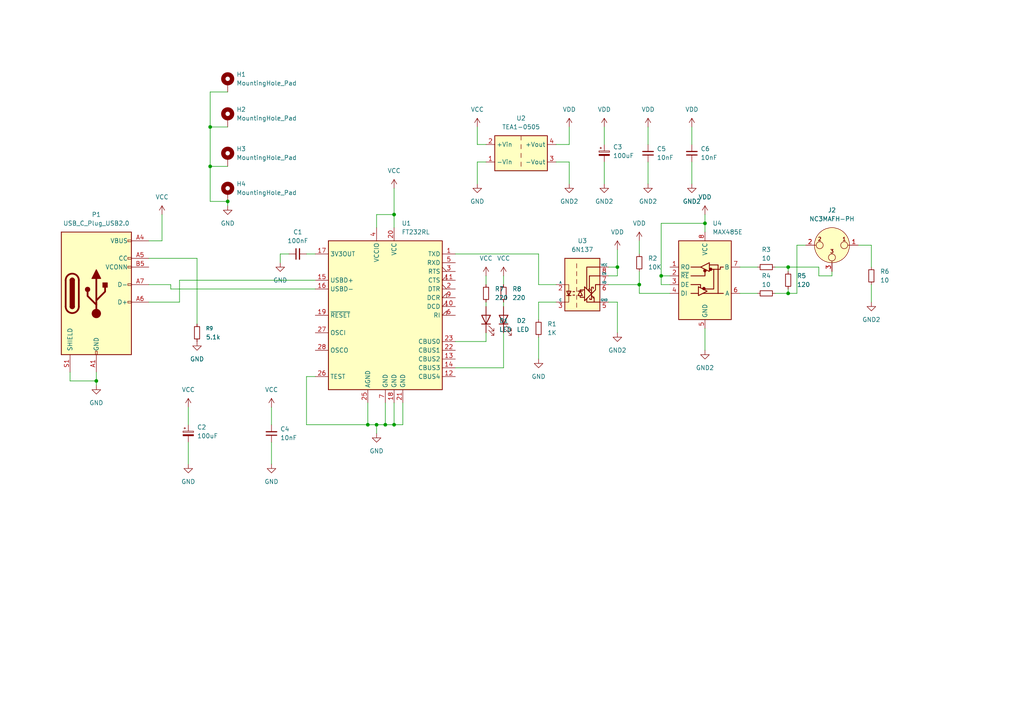
<source format=kicad_sch>
(kicad_sch (version 20250114) (generator "eeschema") (generator_version "9.0")
  (paper "A4")
  (lib_symbols
    (symbol "Connector:USB_C_Plug_USB2.0" (pin_names (offset 1.016))
      (property "Reference" "P" (at -10.16 19.05 0))
      (property "Value" "USB_C_Plug_USB2.0" (at 12.7 19.05 0))
      (symbol "USB_C_Plug_USB2.0_0_0"
        (rectangle (start -0.254 -17.78) (end 0.254 -16.764))
        (rectangle (start 10.16 15.494) (end 9.144 14.986))
        (rectangle (start 10.16 10.414) (end 9.144 9.906))
        (rectangle (start 10.16 7.874) (end 9.144 7.366))
        (rectangle (start 10.16 2.794) (end 9.144 2.286))
        (rectangle (start 10.16 -2.286) (end 9.144 -2.794))
      )
      (symbol "USB_C_Plug_USB2.0_0_1"
        (rectangle (start -10.16 17.78) (end 10.16 -17.78) (stroke (width 0.254)) (fill (type background)))
        (polyline (pts (xy -8.89 -3.81) (xy -8.89 3.81)) (stroke (width 0.508)))
        (rectangle (start -7.62 -3.81) (end -6.35 3.81) (stroke (width 0.254)) (fill (type outline)))
        (arc (start -7.62 3.81) (mid -6.985 4.4423) (end -6.35 3.81) (stroke (width 0.254)))
        (arc (start -7.62 3.81) (mid -6.985 4.4423) (end -6.35 3.81) (stroke (width 0.254)) (fill (type outline)))
        (arc (start -8.89 3.81) (mid -6.985 5.7067) (end -5.08 3.81) (stroke (width 0.508)))
        (arc (start -5.08 -3.81) (mid -6.985 -5.7067) (end -8.89 -3.81) (stroke (width 0.508)))
        (arc (start -6.35 -3.81) (mid -6.985 -4.4423) (end -7.62 -3.81) (stroke (width 0.254)))
        (arc (start -6.35 -3.81) (mid -6.985 -4.4423) (end -7.62 -3.81) (stroke (width 0.254)) (fill (type outline)))
        (polyline (pts (xy -5.08 3.81) (xy -5.08 -3.81)) (stroke (width 0.508)))
        (circle (center -2.54 1.143) (radius 0.635) (stroke (width 0.254)) (fill (type outline)))
        (polyline (pts (xy -1.27 4.318) (xy 0 6.858) (xy 1.27 4.318) (xy -1.27 4.318)) (stroke (width 0.254)) (fill (type outline)))
        (polyline (pts (xy 0 -2.032) (xy 2.54 0.508) (xy 2.54 1.778)) (stroke (width 0.508)))
        (polyline (pts (xy 0 -3.302) (xy -2.54 -0.762) (xy -2.54 0.508)) (stroke (width 0.508)))
        (polyline (pts (xy 0 -5.842) (xy 0 4.318)) (stroke (width 0.508)))
        (circle (center 0 -5.842) (radius 1.27) (fill (type outline)))
        (rectangle (start 1.905 1.778) (end 3.175 3.048) (stroke (width 0.254)) (fill (type outline)))
      )
      (symbol "USB_C_Plug_USB2.0_1_1"
        (pin passive line (at -7.62 -22.86 90) (length 5.08) (name "SHIELD") (number "S1"))
        (pin passive line (at 0 -22.86 90) (length 5.08) (name "GND") (number "A1"))
        (pin passive line (at 0 -22.86 90) (length 5.08) (hide yes) (name "GND") (number "A12"))
        (pin passive line (at 0 -22.86 90) (length 5.08) (hide yes) (name "GND") (number "B1"))
        (pin passive line (at 0 -22.86 90) (length 5.08) (hide yes) (name "GND") (number "B12"))
        (pin passive line (at 15.24 15.24 180) (length 5.08) (name "VBUS") (number "A4"))
        (pin passive line (at 15.24 15.24 180) (length 5.08) (hide yes) (name "VBUS") (number "A9"))
        (pin passive line (at 15.24 15.24 180) (length 5.08) (hide yes) (name "VBUS") (number "B4"))
        (pin passive line (at 15.24 15.24 180) (length 5.08) (hide yes) (name "VBUS") (number "B9"))
        (pin bidirectional line (at 15.24 10.16 180) (length 5.08) (name "CC") (number "A5"))
        (pin bidirectional line (at 15.24 7.62 180) (length 5.08) (name "VCONN") (number "B5"))
        (pin bidirectional line (at 15.24 2.54 180) (length 5.08) (name "D-") (number "A7"))
        (pin bidirectional line (at 15.24 -2.54 180) (length 5.08) (name "D+") (number "A6"))
      )
    )
    (symbol "Connector_Audio:NC3MAFH-PH" (pin_names (hide yes))
      (property "Reference" "J" (at 0 8.89 0))
      (property "Value" "NC3MAFH-PH" (at 0 6.35 0))
      (symbol "NC3MAFH-PH_0_1"
        (polyline (pts (xy -5.08 0) (xy -4.572 0)))
        (circle (center -3.556 0) (radius 1.016))
        (circle (center 0 0) (radius 5.08) (fill (type background)))
        (circle (center 0 -3.556) (radius 1.016))
        (polyline (pts (xy 0 -5.08) (xy 0 -4.572)))
        (circle (center 3.556 0) (radius 1.016))
        (polyline (pts (xy 5.08 0) (xy 4.572 0)))
        (text "1" (at -3.556 1.778 0) (effects (font (size 1.016 1.016) (bold yes))))
        (text "3" (at 0 -1.778 0) (effects (font (size 1.016 1.016) (bold yes))))
        (text "2" (at 3.556 1.778 0) (effects (font (size 1.016 1.016) (bold yes))))
        (pin passive line (at -7.62 0 0) (length 2.54) (name "~") (number "1"))
        (pin passive line (at 0 -7.62 90) (length 2.54) (name "~") (number "3"))
        (pin passive line (at 7.62 0 180) (length 2.54) (name "~") (number "2"))
      )
    )
    (symbol "Converter_DCDC:TEA1-0505"
      (property "Reference" "U" (at -7.62 6.35 0))
      (property "Value" "TEA1-0505" (at -2.54 6.35 0))
      (symbol "TEA1-0505_0_0"
        (pin power_in line (at -10.16 2.54 0) (length 2.54) (name "+Vin") (number "2"))
        (pin power_in line (at -10.16 -2.54 0) (length 2.54) (name "-Vin") (number "1"))
        (pin power_out line (at 10.16 2.54 180) (length 2.54) (name "+Vout") (number "4"))
        (pin power_out line (at 10.16 -2.54 180) (length 2.54) (name "-Vout") (number "3"))
      )
      (symbol "TEA1-0505_0_1"
        (rectangle (start -7.62 5.08) (end 7.62 -5.08) (stroke (width 0.254)) (fill (type background)))
        (polyline (pts (xy 0 5.08) (xy 0 3.81)))
        (polyline (pts (xy 0 2.54) (xy 0 1.27)))
        (polyline (pts (xy 0 0) (xy 0 -1.27)))
        (polyline (pts (xy 0 -2.54) (xy 0 -3.81)))
      )
    )
    (symbol "Device:C_Polarized_Small" (pin_numbers (hide yes)) (pin_names (offset 0.254) (hide yes))
      (property "Reference" "C" (at 0.254 1.778 0))
      (property "Value" "C_Polarized_Small" (at 0.254 -2.032 0))
      (symbol "C_Polarized_Small_0_1"
        (rectangle (start -1.524 0.6858) (end 1.524 0.3048))
        (rectangle (start -1.524 -0.3048) (end 1.524 -0.6858) (fill (type outline)))
        (polyline (pts (xy -1.27 1.524) (xy -0.762 1.524)))
        (polyline (pts (xy -1.016 1.27) (xy -1.016 1.778)))
      )
      (symbol "C_Polarized_Small_1_1"
        (pin passive line (at 0 2.54 270) (length 1.8542) (name "~") (number "1"))
        (pin passive line (at 0 -2.54 90) (length 1.8542) (name "~") (number "2"))
      )
    )
    (symbol "Device:C_Small" (pin_numbers (hide yes)) (pin_names (offset 0.254) (hide yes))
      (property "Reference" "C" (at 0.254 1.778 0))
      (property "Value" "C_Small" (at 0.254 -2.032 0))
      (symbol "C_Small_0_1"
        (polyline (pts (xy -1.524 0.508) (xy 1.524 0.508)) (stroke (width 0.3048)))
        (polyline (pts (xy -1.524 -0.508) (xy 1.524 -0.508)) (stroke (width 0.3302)))
      )
      (symbol "C_Small_1_1"
        (pin passive line (at 0 2.54 270) (length 2.032) (name "~") (number "1"))
        (pin passive line (at 0 -2.54 90) (length 2.032) (name "~") (number "2"))
      )
    )
    (symbol "Device:LED" (pin_numbers (hide yes)) (pin_names (offset 1.016) (hide yes))
      (property "Reference" "D" (at 0 2.54 0))
      (property "Value" "LED" (at 0 -2.54 0))
      (symbol "LED_0_1"
        (polyline (pts (xy -3.048 -0.762) (xy -4.572 -2.286) (xy -3.81 -2.286) (xy -4.572 -2.286) (xy -4.572 -1.524)))
        (polyline (pts (xy -1.778 -0.762) (xy -3.302 -2.286) (xy -2.54 -2.286) (xy -3.302 -2.286) (xy -3.302 -1.524)))
        (polyline (pts (xy -1.27 0) (xy 1.27 0)))
        (polyline (pts (xy -1.27 -1.27) (xy -1.27 1.27)) (stroke (width 0.254)))
        (polyline (pts (xy 1.27 -1.27) (xy 1.27 1.27) (xy -1.27 0) (xy 1.27 -1.27)) (stroke (width 0.254)))
      )
      (symbol "LED_1_1"
        (pin passive line (at -3.81 0 0) (length 2.54) (name "K") (number "1"))
        (pin passive line (at 3.81 0 180) (length 2.54) (name "A") (number "2"))
      )
    )
    (symbol "Device:R_Small" (pin_numbers (hide yes)) (pin_names (offset 0.254) (hide yes))
      (property "Reference" "R" (at 0.762 0.508 0))
      (property "Value" "R_Small" (at 0.762 -1.016 0))
      (symbol "R_Small_0_1"
        (rectangle (start -0.762 1.778) (end 0.762 -1.778) (stroke (width 0.2032)))
      )
      (symbol "R_Small_1_1"
        (pin passive line (at 0 2.54 270) (length 0.762) (name "~") (number "1"))
        (pin passive line (at 0 -2.54 90) (length 0.762) (name "~") (number "2"))
      )
    )
    (symbol "Interface_UART:MAX485E"
      (property "Reference" "U" (at -6.096 11.43 0))
      (property "Value" "MAX485E" (at 0.762 11.43 0))
      (symbol "MAX485E_0_1"
        (rectangle (start -7.62 10.16) (end 7.62 -12.7) (stroke (width 0.254)) (fill (type background)))
        (polyline (pts (xy -4.064 2.54) (xy -1.27 2.54)) (stroke (width 0.254)))
        (polyline (pts (xy -4.064 -2.54) (xy -1.27 -2.54) (xy -1.27 -3.175)) (stroke (width 0.254)))
        (polyline (pts (xy -4.064 -5.08) (xy -1.905 -5.08)) (stroke (width 0.254)))
        (polyline (pts (xy -1.905 -3.175) (xy -1.905 -5.715) (xy 0.635 -4.445) (xy -1.905 -3.175)) (stroke (width 0.254)))
        (polyline (pts (xy -1.27 2.54) (xy 1.27 3.81) (xy 1.27 1.27) (xy -1.27 2.54)) (stroke (width 0.254)))
        (polyline (pts (xy -1.27 -3.2004) (xy -1.27 -3.4544)) (stroke (width 0.254)))
        (polyline (pts (xy -0.635 -5.08) (xy 5.334 -5.08)) (stroke (width 0.254)))
        (circle (center -0.3048 -3.683) (radius 0.3556) (stroke (width 0.254)) (fill (type outline)))
        (circle (center -0.0254 1.4986) (radius 0.3556) (stroke (width 0.254)) (fill (type outline)))
        (polyline (pts (xy 0 1.27) (xy 0 0) (xy -4.064 0)) (stroke (width 0.254)))
        (polyline (pts (xy 1.27 3.175) (xy 3.81 3.175) (xy 3.81 -5.08)) (stroke (width 0.254)))
        (rectangle (start 1.27 3.175) (end 1.27 3.175))
        (circle (center 1.651 1.905) (radius 0.3556) (stroke (width 0.254)) (fill (type outline)))
        (polyline (pts (xy 1.905 1.905) (xy 4.445 1.905) (xy 4.445 2.54) (xy 5.334 2.54)) (stroke (width 0.254)))
        (polyline (pts (xy 2.54 1.905) (xy 2.54 -3.81) (xy 0 -3.81)) (stroke (width 0.254)))
      )
      (symbol "MAX485E_1_1"
        (pin output line (at -10.16 2.54 0) (length 2.54) (name "RO") (number "1"))
        (pin input line (at -10.16 0 0) (length 2.54) (name "~{RE}") (number "2"))
        (pin input line (at -10.16 -2.54 0) (length 2.54) (name "DE") (number "3"))
        (pin input line (at -10.16 -5.08 0) (length 2.54) (name "DI") (number "4"))
        (pin power_in line (at 0 12.7 270) (length 2.54) (name "VCC") (number "8"))
        (pin power_in line (at 0 -15.24 90) (length 2.54) (name "GND") (number "5"))
        (pin bidirectional line (at 10.16 2.54 180) (length 2.54) (name "B") (number "7"))
        (pin bidirectional line (at 10.16 -5.08 180) (length 2.54) (name "A") (number "6"))
      )
    )
    (symbol "Interface_USB:FT232RL"
      (property "Reference" "U" (at -16.51 22.86 0))
      (property "Value" "FT232RL" (at 10.16 22.86 0))
      (symbol "FT232RL_0_1"
        (rectangle (start -16.51 21.59) (end 16.51 -21.59) (stroke (width 0.254)) (fill (type background)))
      )
      (symbol "FT232RL_1_1"
        (pin power_out line (at -20.32 17.78 0) (length 3.81) (name "3V3OUT") (number "17"))
        (pin bidirectional line (at -20.32 10.16 0) (length 3.81) (name "USBD+") (number "15"))
        (pin bidirectional line (at -20.32 7.62 0) (length 3.81) (name "USBD-") (number "16"))
        (pin input line (at -20.32 0 0) (length 3.81) (name "~{RESET}") (number "19"))
        (pin input line (at -20.32 -5.08 0) (length 3.81) (name "OSCI") (number "27"))
        (pin output line (at -20.32 -10.16 0) (length 3.81) (name "OSCO") (number "28"))
        (pin input line (at -20.32 -17.78 0) (length 3.81) (name "TEST") (number "26"))
        (pin power_in line (at -5.08 -25.4 90) (length 3.81) (name "AGND") (number "25"))
        (pin power_in line (at -2.54 25.4 270) (length 3.81) (name "VCCIO") (number "4"))
        (pin power_in line (at 0 -25.4 90) (length 3.81) (name "GND") (number "7"))
        (pin power_in line (at 2.54 25.4 270) (length 3.81) (name "VCC") (number "20"))
        (pin power_in line (at 2.54 -25.4 90) (length 3.81) (name "GND") (number "18"))
        (pin power_in line (at 5.08 -25.4 90) (length 3.81) (name "GND") (number "21"))
        (pin output line (at 20.32 17.78 180) (length 3.81) (name "TXD") (number "1"))
        (pin input line (at 20.32 15.24 180) (length 3.81) (name "RXD") (number "5"))
        (pin output output_low (at 20.32 12.7 180) (length 3.81) (name "RTS") (number "3"))
        (pin input input_low (at 20.32 10.16 180) (length 3.81) (name "CTS") (number "11"))
        (pin output output_low (at 20.32 7.62 180) (length 3.81) (name "DTR") (number "2"))
        (pin input input_low (at 20.32 5.08 180) (length 3.81) (name "DCR") (number "9"))
        (pin input input_low (at 20.32 2.54 180) (length 3.81) (name "DCD") (number "10"))
        (pin input input_low (at 20.32 0 180) (length 3.81) (name "RI") (number "6"))
        (pin bidirectional line (at 20.32 -7.62 180) (length 3.81) (name "CBUS0") (number "23"))
        (pin bidirectional line (at 20.32 -10.16 180) (length 3.81) (name "CBUS1") (number "22"))
        (pin bidirectional line (at 20.32 -12.7 180) (length 3.81) (name "CBUS2") (number "13"))
        (pin bidirectional line (at 20.32 -15.24 180) (length 3.81) (name "CBUS3") (number "14"))
        (pin bidirectional line (at 20.32 -17.78 180) (length 3.81) (name "CBUS4") (number "12"))
      )
    )
    (symbol "Isolator:6N137" (pin_names (offset 0))
      (property "Reference" "U" (at -4.064 8.89 0))
      (property "Value" "6N137" (at 0 -8.89 0))
      (symbol "6N137_0_1"
        (polyline (pts (xy -5.08 -5.08) (xy -3.937 -5.08) (xy -3.937 0) (xy -5.08 0)))
        (polyline (pts (xy -0.635 -1.905) (xy -0.635 -1.524) (xy 0.508 -1.524)) (stroke (width 0.254)))
        (polyline (pts (xy -0.635 -3.302) (xy -0.635 -3.683) (xy 0.635 -3.683)) (stroke (width 0.254)))
        (polyline (pts (xy 1.27 -1.27) (xy 1.27 5.08) (xy 5.08 5.08)) (stroke (width 0.254)))
        (polyline (pts (xy 1.27 -4.064) (xy 1.27 -5.08) (xy 5.08 -5.08)) (stroke (width 0.254)))
        (polyline (pts (xy 2.032 -1.27) (xy 2.032 2.54) (xy 5.08 2.54)) (stroke (width 0.254)))
        (circle (center 2.032 -1.524) (radius 0.254) (stroke (width 0.254)))
        (polyline (pts (xy 2.667 -1.778) (xy 2.667 -0.762) (xy 3.175 -0.762) (xy 3.175 -1.143)) (stroke (width 0.254)))
        (polyline (pts (xy 2.667 -2.159) (xy 2.667 -2.921)) (stroke (width 0.254)))
        (polyline (pts (xy 2.667 -2.667) (xy 0.635 -4.699) (xy 0.635 -0.635) (xy 2.667 -2.667)) (stroke (width 0.254)))
        (polyline (pts (xy 2.667 -3.175) (xy 3.429 -3.937) (xy 3.302 -3.556) (xy 3.048 -3.81) (xy 3.429 -3.937)) (stroke (width 0.254)))
        (polyline (pts (xy 2.667 -3.302) (xy 2.667 -4.318) (xy 2.159 -4.318) (xy 2.159 -3.937)) (stroke (width 0.254)))
        (polyline (pts (xy 2.667 -3.556) (xy 2.667 -1.651)) (stroke (width 0.254)))
        (polyline (pts (xy 2.794 -2.54) (xy 3.81 -1.524) (xy 3.81 0) (xy 5.08 0)) (stroke (width 0.254)))
        (polyline (pts (xy 3.429 -3.937) (xy 3.429 -5.08)) (stroke (width 0.254)))
      )
      (symbol "6N137_1_1"
        (rectangle (start -5.08 7.62) (end 5.08 -7.62) (stroke (width 0.254)) (fill (type background)))
        (polyline (pts (xy -4.572 -3.175) (xy -3.302 -3.175)) (stroke (width 0.254)))
        (polyline (pts (xy -3.937 -3.175) (xy -4.572 -1.905) (xy -3.302 -1.905) (xy -3.937 -3.175)) (stroke (width 0.254)))
        (polyline (pts (xy -2.921 -2.032) (xy -2.159 -2.032) (xy -2.54 -2.159) (xy -2.54 -1.905) (xy -2.159 -2.032)) (stroke (width 0.127)))
        (polyline (pts (xy -2.921 -3.048) (xy -2.159 -3.048) (xy -2.54 -3.175) (xy -2.54 -2.921) (xy -2.159 -3.048)) (stroke (width 0.127)))
        (polyline (pts (xy -1.651 6.096) (xy -1.651 4.826)))
        (polyline (pts (xy -1.651 3.81) (xy -1.651 2.54)))
        (polyline (pts (xy -1.651 1.524) (xy -1.651 0.254)))
        (polyline (pts (xy -1.651 -0.762) (xy -1.651 -2.032)))
        (polyline (pts (xy -1.651 -3.048) (xy -1.651 -4.318)))
        (polyline (pts (xy -1.651 -5.334) (xy -1.651 -6.604)))
        (polyline (pts (xy -1.27 -1.905) (xy 0 -1.905)) (stroke (width 0.254)))
        (polyline (pts (xy -0.635 -1.905) (xy -1.27 -3.175) (xy 0 -3.175) (xy -0.635 -1.905)) (stroke (width 0.254)))
        (pin passive line (at -7.62 0 0) (length 2.54) (name "A") (number "2"))
        (pin passive line (at -7.62 -5.08 0) (length 2.54) (name "C") (number "3"))
        (pin no_connect line (at -5.08 5.08 0) (length 2.54) (hide yes) (name "NC") (number "1"))
        (pin power_in line (at 7.62 5.08 180) (length 2.54) (name "VCC") (number "8"))
        (pin input line (at 7.62 2.54 180) (length 2.54) (name "EN") (number "7"))
        (pin open_collector line (at 7.62 0 180) (length 2.54) (name "VO") (number "6"))
        (pin power_in line (at 7.62 -5.08 180) (length 2.54) (name "GND") (number "5"))
      )
    )
    (symbol "Mechanical:MountingHole_Pad" (pin_numbers (hide yes)) (pin_names (offset 1.016) (hide yes))
      (property "Reference" "H" (at 0 6.35 0))
      (property "Value" "MountingHole_Pad" (at 0 4.445 0))
      (symbol "MountingHole_Pad_0_1"
        (circle (center 0 1.27) (radius 1.27) (stroke (width 1.27)))
      )
      (symbol "MountingHole_Pad_1_1"
        (pin input line (at 0 -2.54 90) (length 2.54) (name "1") (number "1"))
      )
    )
    (symbol "R_Small_1" (pin_numbers (hide yes)) (pin_names (offset 0.254) (hide yes))
      (property "Reference" "R" (at 0 0 90))
      (property "Value" "R_Small" (at 1.778 0 90))
      (symbol "R_Small_1_0_1"
        (rectangle (start -0.762 1.778) (end 0.762 -1.778) (stroke (width 0.2032)))
      )
      (symbol "R_Small_1_1_1"
        (pin passive line (at 0 2.54 270) (length 0.762) (name "~") (number "1"))
        (pin passive line (at 0 -2.54 90) (length 0.762) (name "~") (number "2"))
      )
    )
    (symbol "power:GND" (power) (pin_names (offset 0))
      (property "Value" "GND" (at 0 -3.81 0))
      (symbol "GND_0_1"
        (polyline (pts (xy 0 0) (xy 0 -1.27) (xy 1.27 -1.27) (xy 0 -2.54) (xy -1.27 -1.27) (xy 0 -1.27)))
      )
      (symbol "GND_1_1"
        (pin power_in line (at 0 0 270) (length 0) (hide yes) (name "GND") (number "1"))
      )
    )
    (symbol "power:GND2" (power) (pin_names (offset 0))
      (property "Value" "GND2" (at 0 -3.81 0))
      (symbol "GND2_0_1"
        (polyline (pts (xy 0 0) (xy 0 -1.27) (xy 1.27 -1.27) (xy 0 -2.54) (xy -1.27 -1.27) (xy 0 -1.27)))
      )
      (symbol "GND2_1_1"
        (pin power_in line (at 0 0 270) (length 0) (hide yes) (name "GND2") (number "1"))
      )
    )
    (symbol "power:VCC" (power) (pin_names (offset 0))
      (property "Value" "VCC" (at 0 3.81 0))
      (symbol "VCC_0_1"
        (polyline (pts (xy -0.762 1.27) (xy 0 2.54)))
        (polyline (pts (xy 0 2.54) (xy 0.762 1.27)))
        (polyline (pts (xy 0 0) (xy 0 2.54)))
      )
      (symbol "VCC_1_1"
        (pin power_in line (at 0 0 90) (length 0) (hide yes) (name "VCC") (number "1"))
      )
    )
    (symbol "power:VDD" (power) (pin_names (offset 0))
      (property "Value" "VDD" (at 0 3.81 0))
      (symbol "VDD_0_1"
        (polyline (pts (xy -0.762 1.27) (xy 0 2.54)))
        (polyline (pts (xy 0 2.54) (xy 0.762 1.27)))
        (polyline (pts (xy 0 0) (xy 0 2.54)))
      )
      (symbol "VDD_1_1"
        (pin power_in line (at 0 0 90) (length 0) (hide yes) (name "VDD") (number "1"))
      )
    )
  )
  (junction (at 111.76 123.19))
  (junction (at 114.3 123.19))
  (junction (at 185.42 82.55))
  (junction (at 179.07 77.47))
  (junction (at 191.77 80.01))
  (junction (at 228.6 77.47))
  (junction (at 114.3 62.23))
  (junction (at 60.96 48.26))
  (junction (at 60.96 36.83))
  (junction (at 66.04 58.42))
  (junction (at 228.6 85.09))
  (junction (at 204.47 64.77))
  (junction (at 109.22 123.19))
  (junction (at 106.68 123.19))
  (junction (at 27.94 110.49))
  (wire (pts (xy 116.84 123.19) (xy 116.84 116.84)))
  (wire (pts (xy 191.77 80.01) (xy 194.31 80.01)))
  (wire (pts (xy 81.28 76.2) (xy 81.28 73.66)))
  (wire (pts (xy 27.94 107.95) (xy 27.94 110.49)))
  (wire (pts (xy 88.9 109.22) (xy 88.9 123.19)))
  (wire (pts (xy 46.99 62.23) (xy 46.99 69.85)))
  (wire (pts (xy 191.77 64.77) (xy 204.47 64.77)))
  (wire (pts (xy 81.28 73.66) (xy 83.82 73.66)))
  (wire (pts (xy 231.14 71.12) (xy 231.14 85.09)))
  (wire (pts (xy 156.21 73.66) (xy 156.21 82.55)))
  (wire (pts (xy 252.73 77.47) (xy 252.73 71.12)))
  (wire (pts (xy 156.21 82.55) (xy 161.29 82.55)))
  (wire (pts (xy 176.53 87.63) (xy 179.07 87.63)))
  (wire (pts (xy 114.3 62.23) (xy 114.3 66.04)))
  (wire (pts (xy 78.74 118.11) (xy 78.74 123.19)))
  (wire (pts (xy 66.04 26.67) (xy 60.96 26.67)))
  (wire (pts (xy 214.63 85.09) (xy 219.71 85.09)))
  (wire (pts (xy 187.96 36.83) (xy 187.96 41.91)))
  (wire (pts (xy 146.05 106.68) (xy 132.08 106.68)))
  (wire (pts (xy 140.97 41.91) (xy 138.43 41.91)))
  (wire (pts (xy 46.99 69.85) (xy 43.18 69.85)))
  (wire (pts (xy 114.3 116.84) (xy 114.3 123.19)))
  (wire (pts (xy 88.9 123.19) (xy 106.68 123.19)))
  (wire (pts (xy 140.97 87.63) (xy 140.97 88.9)))
  (wire (pts (xy 176.53 77.47) (xy 179.07 77.47)))
  (wire (pts (xy 185.42 82.55) (xy 185.42 85.09)))
  (wire (pts (xy 49.53 82.55) (xy 49.53 83.82)))
  (wire (pts (xy 194.31 82.55) (xy 191.77 82.55)))
  (wire (pts (xy 214.63 77.47) (xy 219.71 77.47)))
  (wire (pts (xy 111.76 116.84) (xy 111.76 123.19)))
  (wire (pts (xy 185.42 69.85) (xy 185.42 73.66)))
  (wire (pts (xy 200.66 46.99) (xy 200.66 53.34)))
  (wire (pts (xy 138.43 46.99) (xy 140.97 46.99)))
  (wire (pts (xy 237.49 77.47) (xy 237.49 80.01)))
  (wire (pts (xy 27.94 110.49) (xy 27.94 111.76)))
  (wire (pts (xy 60.96 58.42) (xy 66.04 58.42)))
  (wire (pts (xy 66.04 48.26) (xy 60.96 48.26)))
  (wire (pts (xy 88.9 73.66) (xy 91.44 73.66)))
  (wire (pts (xy 204.47 95.25) (xy 204.47 101.6)))
  (wire (pts (xy 191.77 80.01) (xy 191.77 64.77)))
  (wire (pts (xy 140.97 99.06) (xy 132.08 99.06)))
  (wire (pts (xy 60.96 48.26) (xy 60.96 58.42)))
  (wire (pts (xy 146.05 87.63) (xy 146.05 88.9)))
  (wire (pts (xy 109.22 66.04) (xy 109.22 62.23)))
  (wire (pts (xy 224.79 77.47) (xy 228.6 77.47)))
  (wire (pts (xy 187.96 46.99) (xy 187.96 53.34)))
  (wire (pts (xy 252.73 82.55) (xy 252.73 87.63)))
  (wire (pts (xy 109.22 123.19) (xy 109.22 125.73)))
  (wire (pts (xy 156.21 97.79) (xy 156.21 104.14)))
  (wire (pts (xy 200.66 36.83) (xy 200.66 41.91)))
  (wire (pts (xy 114.3 54.61) (xy 114.3 62.23)))
  (wire (pts (xy 20.32 110.49) (xy 27.94 110.49)))
  (wire (pts (xy 138.43 53.34) (xy 138.43 46.99)))
  (wire (pts (xy 176.53 82.55) (xy 185.42 82.55)))
  (wire (pts (xy 161.29 87.63) (xy 156.21 87.63)))
  (wire (pts (xy 111.76 123.19) (xy 114.3 123.19)))
  (wire (pts (xy 57.15 74.93) (xy 43.18 74.93)))
  (wire (pts (xy 43.18 82.55) (xy 49.53 82.55)))
  (wire (pts (xy 114.3 123.19) (xy 116.84 123.19)))
  (wire (pts (xy 165.1 41.91) (xy 165.1 36.83)))
  (wire (pts (xy 185.42 78.74) (xy 185.42 82.55)))
  (wire (pts (xy 106.68 123.19) (xy 109.22 123.19)))
  (wire (pts (xy 179.07 87.63) (xy 179.07 96.52)))
  (wire (pts (xy 179.07 80.01) (xy 179.07 77.47)))
  (wire (pts (xy 228.6 85.09) (xy 228.6 83.82)))
  (wire (pts (xy 57.15 93.98) (xy 57.15 74.93)))
  (wire (pts (xy 179.07 77.47) (xy 179.07 72.39)))
  (wire (pts (xy 66.04 58.42) (xy 66.04 59.69)))
  (wire (pts (xy 233.68 71.12) (xy 231.14 71.12)))
  (wire (pts (xy 52.07 81.28) (xy 52.07 87.63)))
  (wire (pts (xy 60.96 26.67) (xy 60.96 36.83)))
  (wire (pts (xy 175.26 46.99) (xy 175.26 53.34)))
  (wire (pts (xy 204.47 62.23) (xy 204.47 64.77)))
  (wire (pts (xy 165.1 46.99) (xy 161.29 46.99)))
  (wire (pts (xy 66.04 36.83) (xy 60.96 36.83)))
  (wire (pts (xy 175.26 36.83) (xy 175.26 41.91)))
  (wire (pts (xy 49.53 83.82) (xy 91.44 83.82)))
  (wire (pts (xy 106.68 116.84) (xy 106.68 123.19)))
  (wire (pts (xy 140.97 96.52) (xy 140.97 99.06)))
  (wire (pts (xy 109.22 123.19) (xy 111.76 123.19)))
  (wire (pts (xy 146.05 96.52) (xy 146.05 106.68)))
  (wire (pts (xy 146.05 80.01) (xy 146.05 82.55)))
  (wire (pts (xy 60.96 36.83) (xy 60.96 48.26)))
  (wire (pts (xy 138.43 36.83) (xy 138.43 41.91)))
  (wire (pts (xy 161.29 41.91) (xy 165.1 41.91)))
  (wire (pts (xy 185.42 85.09) (xy 194.31 85.09)))
  (wire (pts (xy 156.21 87.63) (xy 156.21 92.71)))
  (wire (pts (xy 132.08 73.66) (xy 156.21 73.66)))
  (wire (pts (xy 109.22 62.23) (xy 114.3 62.23)))
  (wire (pts (xy 20.32 107.95) (xy 20.32 110.49)))
  (wire (pts (xy 176.53 80.01) (xy 179.07 80.01)))
  (wire (pts (xy 54.61 128.27) (xy 54.61 134.62)))
  (wire (pts (xy 54.61 118.11) (xy 54.61 123.19)))
  (wire (pts (xy 191.77 82.55) (xy 191.77 80.01)))
  (wire (pts (xy 252.73 71.12) (xy 248.92 71.12)))
  (wire (pts (xy 241.3 80.01) (xy 241.3 78.74)))
  (wire (pts (xy 140.97 80.01) (xy 140.97 82.55)))
  (wire (pts (xy 78.74 128.27) (xy 78.74 134.62)))
  (wire (pts (xy 52.07 87.63) (xy 43.18 87.63)))
  (wire (pts (xy 165.1 53.34) (xy 165.1 46.99)))
  (wire (pts (xy 228.6 77.47) (xy 228.6 78.74)))
  (wire (pts (xy 91.44 109.22) (xy 88.9 109.22)))
  (wire (pts (xy 237.49 80.01) (xy 241.3 80.01)))
  (wire (pts (xy 224.79 85.09) (xy 228.6 85.09)))
  (wire (pts (xy 228.6 85.09) (xy 231.14 85.09)))
  (wire (pts (xy 52.07 81.28) (xy 91.44 81.28)))
  (wire (pts (xy 228.6 77.47) (xy 237.49 77.47)))
  (wire (pts (xy 204.47 64.77) (xy 204.47 67.31)))
  (symbol (lib_id "Device:C_Small") (at 86.36 73.66 90) (unit 1)
    (property "Reference" "C1" (at 86.3663 67.31 90))
    (property "Value" "100nF" (at 86.3663 69.85 90))
    (property "Footprint" "Capacitor_SMD:C_0805_2012Metric_Pad1.18x1.45mm_HandSolder" (effects (hide yes)))
  )
  (symbol (lib_id "power:VCC") (at 46.99 62.23 0) (unit 1)
    (property "Reference" "#PWR01" (effects (hide yes)))
    (property "Value" "VCC" (at 46.99 57.15 0))
  )
  (symbol (lib_id "Device:LED") (at 146.05 92.71 90) (unit 1)
    (property "Reference" "D2" (at 149.86 93.0275 90) (effects (justify right)))
    (property "Value" "LED" (at 149.86 95.5675 90) (effects (justify right)))
    (property "Footprint" "LED_THT:LED_D1.8mm_W1.8mm_H2.4mm_Horizontal_O3.81mm_Z1.6mm" (effects (hide yes)))
  )
  (symbol (lib_id "Interface_USB:FT232RL") (at 111.76 91.44 0) (unit 1)
    (property "Reference" "U1" (at 116.4941 64.77 0) (effects (justify left)))
    (property "Value" "FT232RL" (at 116.4941 67.31 0) (effects (justify left)))
    (property "Footprint" "Package_SO:SSOP-28_5.3x10.2mm_P0.65mm" (effects (hide yes)))
    (property "Datasheet" "https://www.ftdichip.com/Support/Documents/DataSheets/ICs/DS_FT232R.pdf" (effects (hide yes)))
  )
  (symbol (lib_id "Device:C_Small") (at 200.66 44.45 180) (unit 1)
    (property "Reference" "C6" (at 203.2 43.1736 0) (effects (justify right)))
    (property "Value" "10nF" (at 203.2 45.7136 0) (effects (justify right)))
    (property "Footprint" "Capacitor_SMD:C_0805_2012Metric_Pad1.18x1.45mm_HandSolder" (effects (hide yes)))
  )
  (symbol (lib_id "Connector_Audio:NC3MAFH-PH") (at 241.3 71.12 0) (mirror y) (unit 1)
    (property "Reference" "J2" (at 241.3 60.96 0))
    (property "Value" "NC3MAFH-PH" (at 241.3 63.5 0))
    (property "Footprint" "Uncleeugene:XLR 3pin Female Angle" (effects (hide yes)))
    (property "Datasheet" "https://www.neutrik.com/en/product/nc3mafh-ph" (effects (hide yes)))
  )
  (symbol (lib_id "power:VCC") (at 54.61 118.11 0) (unit 1)
    (property "Reference" "#PWR08" (effects (hide yes)))
    (property "Value" "VCC" (at 54.61 113.03 0))
  )
  (symbol (lib_id "Mechanical:MountingHole_Pad") (at 66.04 45.72 0) (unit 1)
    (property "Reference" "H3" (at 68.58 43.1799 0) (effects (justify left)))
    (property "Value" "MountingHole_Pad" (at 68.58 45.7199 0) (effects (justify left)))
    (property "Footprint" "MountingHole:MountingHole_2.2mm_M2" (effects (hide yes)))
    (property "Description" "Mounting Hole with connection" (effects (hide yes)))
  )
  (symbol (lib_id "Connector:USB_C_Plug_USB2.0") (at 27.94 85.09 0) (unit 1)
    (property "Reference" "P1" (at 27.94 62.23 0))
    (property "Value" "USB_C_Plug_USB2.0" (at 27.94 64.77 0))
    (property "Footprint" "Connector_USB:USB_C_Receptacle_JAE_DX07S016JA1R1500" (effects (hide yes)))
    (property "Datasheet" "https://www.usb.org/sites/default/files/documents/usb_type-c.zip" (effects (hide yes)))
    (property "Description" "USB 2.0-only Type-C Plug connector" (effects (hide yes)))
  )
  (symbol (lib_id "power:VCC") (at 146.05 80.01 0) (unit 1)
    (property "Reference" "#PWR024" (effects (hide yes)))
    (property "Value" "VCC" (at 146.05 74.93 0))
  )
  (symbol (lib_id "power:GND") (at 54.61 134.62 0) (unit 1)
    (property "Reference" "#PWR010" (effects (hide yes)))
    (property "Value" "GND" (at 54.61 139.7 0))
  )
  (symbol (lib_id "power:VDD") (at 165.1 36.83 0) (unit 1)
    (property "Reference" "#PWR03" (effects (hide yes)))
    (property "Value" "VDD" (at 165.1 31.75 0))
  )
  (symbol (lib_id "power:VDD") (at 200.66 36.83 0) (unit 1)
    (property "Reference" "#PWR026" (effects (hide yes)))
    (property "Value" "VDD" (at 200.66 31.75 0))
  )
  (symbol (lib_id "power:VCC") (at 114.3 54.61 0) (unit 1)
    (property "Reference" "#PWR09" (effects (hide yes)))
    (property "Value" "VCC" (at 114.3 49.53 0))
  )
  (symbol (lib_id "power:GND") (at 109.22 125.73 0) (unit 1)
    (property "Reference" "#PWR05" (effects (hide yes)))
    (property "Value" "GND" (at 109.22 130.81 0))
  )
  (symbol (lib_id "Device:R_Small") (at 252.73 80.01 0) (unit 1)
    (property "Reference" "R6" (at 255.27 78.74 0) (effects (justify left)))
    (property "Value" "10" (at 255.27 81.28 0) (effects (justify left)))
    (property "Footprint" "Resistor_SMD:R_0805_2012Metric_Pad1.20x1.40mm_HandSolder" (effects (hide yes)))
  )
  (symbol (lib_id "Device:C_Polarized_Small") (at 175.26 44.45 0) (unit 1)
    (property "Reference" "C3" (at 177.8 42.6339 0) (effects (justify left)))
    (property "Value" "100uF" (at 177.8 45.1739 0) (effects (justify left)))
    (property "Footprint" "Capacitor_SMD:CP_Elec_8x10.5" (effects (hide yes)))
  )
  (symbol (lib_id "power:VDD") (at 179.07 72.39 0) (unit 1)
    (property "Reference" "#PWR017" (effects (hide yes)))
    (property "Value" "VDD" (at 179.07 67.31 0))
  )
  (symbol (lib_id "power:GND") (at 27.94 111.76 0) (unit 1)
    (property "Reference" "#PWR02" (effects (hide yes)))
    (property "Value" "GND" (at 27.94 116.84 0))
  )
  (symbol (lib_id "power:GND2") (at 204.47 101.6 0) (unit 1)
    (property "Reference" "#PWR019" (effects (hide yes)))
    (property "Value" "GND2" (at 204.47 106.68 0))
  )
  (symbol (lib_id "power:GND") (at 156.21 104.14 0) (unit 1)
    (property "Reference" "#PWR021" (effects (hide yes)))
    (property "Value" "GND" (at 156.21 109.22 0))
  )
  (symbol (lib_id "Device:R_Small") (at 156.21 95.25 0) (unit 1)
    (property "Reference" "R1" (at 158.75 93.98 0) (effects (justify left)))
    (property "Value" "1K" (at 158.75 96.52 0) (effects (justify left)))
    (property "Footprint" "Resistor_SMD:R_0805_2012Metric_Pad1.20x1.40mm_HandSolder" (effects (hide yes)))
  )
  (symbol (lib_id "power:VDD") (at 185.42 69.85 0) (unit 1)
    (property "Reference" "#PWR022" (effects (hide yes)))
    (property "Value" "VDD" (at 185.42 64.77 0))
  )
  (symbol (lib_id "Mechanical:MountingHole_Pad") (at 66.04 34.29 0) (unit 1)
    (property "Reference" "H2" (at 68.58 31.7499 0) (effects (justify left)))
    (property "Value" "MountingHole_Pad" (at 68.58 34.2899 0) (effects (justify left)))
    (property "Footprint" "MountingHole:MountingHole_2.2mm_M2" (effects (hide yes)))
    (property "Description" "Mounting Hole with connection" (effects (hide yes)))
  )
  (symbol (lib_id "Device:LED") (at 140.97 92.71 90) (unit 1)
    (property "Reference" "D1" (at 144.78 93.0275 90) (effects (justify right)))
    (property "Value" "LED" (at 144.78 95.5675 90) (effects (justify right)))
    (property "Footprint" "LED_THT:LED_D1.8mm_W1.8mm_H2.4mm_Horizontal_O3.81mm_Z1.6mm" (effects (hide yes)))
  )
  (symbol (lib_name "R_Small_1") (lib_id "Device:R_Small") (at 57.15 96.52 0) (unit 1)
    (property "Reference" "R9" (at 59.69 95.2499 0) (effects (font (size 1.016 1.016)) (justify left)))
    (property "Value" "5.1k" (at 59.69 97.7899 0) (effects (justify left)))
    (property "Footprint" "Resistor_SMD:R_0805_2012Metric_Pad1.20x1.40mm_HandSolder" (effects (hide yes)))
    (property "Description" "Resistor, small symbol" (effects (hide yes)))
  )
  (symbol (lib_id "power:VCC") (at 138.43 36.83 0) (unit 1)
    (property "Reference" "#PWR07" (effects (hide yes)))
    (property "Value" "VCC" (at 138.43 31.75 0))
  )
  (symbol (lib_id "Device:R_Small") (at 228.6 81.28 0) (unit 1)
    (property "Reference" "R5" (at 231.14 80.01 0) (effects (justify left)))
    (property "Value" "120" (at 231.14 82.55 0) (effects (justify left)))
    (property "Footprint" "Resistor_SMD:R_0805_2012Metric_Pad1.20x1.40mm_HandSolder" (effects (hide yes)))
  )
  (symbol (lib_id "power:VDD") (at 175.26 36.83 0) (unit 1)
    (property "Reference" "#PWR014" (effects (hide yes)))
    (property "Value" "VDD" (at 175.26 31.75 0))
  )
  (symbol (lib_id "power:GND") (at 57.15 99.06 0) (unit 1)
    (property "Reference" "#PWR030" (effects (hide yes)))
    (property "Value" "GND" (at 57.15 104.14 0))
  )
  (symbol (lib_id "Mechanical:MountingHole_Pad") (at 66.04 55.88 0) (unit 1)
    (property "Reference" "H4" (at 68.58 53.3399 0) (effects (justify left)))
    (property "Value" "MountingHole_Pad" (at 68.58 55.8799 0) (effects (justify left)))
    (property "Footprint" "MountingHole:MountingHole_2.2mm_M2" (effects (hide yes)))
    (property "Description" "Mounting Hole with connection" (effects (hide yes)))
  )
  (symbol (lib_id "Device:R_Small") (at 222.25 85.09 90) (unit 1)
    (property "Reference" "R4" (at 222.25 80.01 90))
    (property "Value" "10" (at 222.25 82.55 90))
    (property "Footprint" "Resistor_SMD:R_0805_2012Metric_Pad1.20x1.40mm_HandSolder" (effects (hide yes)))
  )
  (symbol (lib_id "Device:R_Small") (at 185.42 76.2 0) (unit 1)
    (property "Reference" "R2" (at 187.96 74.93 0) (effects (justify left)))
    (property "Value" "10K" (at 187.96 77.47 0) (effects (justify left)))
    (property "Footprint" "Resistor_SMD:R_0805_2012Metric_Pad1.20x1.40mm_HandSolder" (effects (hide yes)))
  )
  (symbol (lib_id "power:VDD") (at 204.47 62.23 0) (unit 1)
    (property "Reference" "#PWR018" (effects (hide yes)))
    (property "Value" "VDD" (at 204.47 57.15 0))
  )
  (symbol (lib_id "power:GND") (at 66.04 59.69 0) (mirror y) (unit 1)
    (property "Reference" "#PWR029" (effects (hide yes)))
    (property "Value" "GND" (at 66.04 64.77 0))
  )
  (symbol (lib_id "power:GND2") (at 200.66 53.34 0) (unit 1)
    (property "Reference" "#PWR028" (effects (hide yes)))
    (property "Value" "GND2" (at 200.66 58.42 0))
  )
  (symbol (lib_id "Device:R_Small") (at 140.97 85.09 0) (unit 1)
    (property "Reference" "R7" (at 143.51 83.82 0) (effects (justify left)))
    (property "Value" "220" (at 143.51 86.36 0) (effects (justify left)))
    (property "Footprint" "Resistor_SMD:R_0805_2012Metric_Pad1.20x1.40mm_HandSolder" (effects (hide yes)))
  )
  (symbol (lib_id "power:GND2") (at 165.1 53.34 0) (unit 1)
    (property "Reference" "#PWR015" (effects (hide yes)))
    (property "Value" "GND2" (at 165.1 58.42 0))
  )
  (symbol (lib_id "power:GND") (at 81.28 76.2 0) (unit 1)
    (property "Reference" "#PWR06" (effects (hide yes)))
    (property "Value" "GND" (at 81.28 81.28 0))
  )
  (symbol (lib_id "power:VDD") (at 187.96 36.83 0) (unit 1)
    (property "Reference" "#PWR025" (effects (hide yes)))
    (property "Value" "VDD" (at 187.96 31.75 0))
  )
  (symbol (lib_id "power:GND2") (at 252.73 87.63 0) (unit 1)
    (property "Reference" "#PWR020" (effects (hide yes)))
    (property "Value" "GND2" (at 252.73 92.71 0))
  )
  (symbol (lib_id "Device:R_Small") (at 222.25 77.47 90) (unit 1)
    (property "Reference" "R3" (at 222.25 72.39 90))
    (property "Value" "10" (at 222.25 74.93 90))
    (property "Footprint" "Resistor_SMD:R_0805_2012Metric_Pad1.20x1.40mm_HandSolder" (effects (hide yes)))
  )
  (symbol (lib_id "power:GND2") (at 179.07 96.52 0) (unit 1)
    (property "Reference" "#PWR04" (effects (hide yes)))
    (property "Value" "GND2" (at 179.07 101.6 0))
  )
  (symbol (lib_id "Isolator:6N137") (at 168.91 82.55 0) (unit 1)
    (property "Reference" "U3" (at 168.91 69.85 0))
    (property "Value" "6N137" (at 168.91 72.39 0))
    (property "Footprint" "Package_DIP:DIP-8_W7.62mm" (effects (hide yes)))
    (property "Datasheet" "https://docs.broadcom.com/docs/AV02-0940EN" (effects (hide yes)))
  )
  (symbol (lib_id "power:GND") (at 78.74 134.62 0) (unit 1)
    (property "Reference" "#PWR013" (effects (hide yes)))
    (property "Value" "GND" (at 78.74 139.7 0))
  )
  (symbol (lib_id "Mechanical:MountingHole_Pad") (at 66.04 24.13 0) (unit 1)
    (property "Reference" "H1" (at 68.58 21.5899 0) (effects (justify left)))
    (property "Value" "MountingHole_Pad" (at 68.58 24.1299 0) (effects (justify left)))
    (property "Footprint" "MountingHole:MountingHole_2.2mm_M2" (effects (hide yes)))
    (property "Description" "Mounting Hole with connection" (effects (hide yes)))
  )
  (symbol (lib_id "power:GND") (at 138.43 53.34 0) (unit 1)
    (property "Reference" "#PWR011" (effects (hide yes)))
    (property "Value" "GND" (at 138.43 58.42 0))
  )
  (symbol (lib_id "power:VCC") (at 140.97 80.01 0) (unit 1)
    (property "Reference" "#PWR023" (effects (hide yes)))
    (property "Value" "VCC" (at 140.97 74.93 0))
  )
  (symbol (lib_id "Device:C_Small") (at 78.74 125.73 180) (unit 1)
    (property "Reference" "C4" (at 81.28 124.4536 0) (effects (justify right)))
    (property "Value" "10nF" (at 81.28 126.9936 0) (effects (justify right)))
    (property "Footprint" "Capacitor_SMD:C_0805_2012Metric_Pad1.18x1.45mm_HandSolder" (effects (hide yes)))
  )
  (symbol (lib_id "Device:C_Small") (at 187.96 44.45 180) (unit 1)
    (property "Reference" "C5" (at 190.5 43.1736 0) (effects (justify right)))
    (property "Value" "10nF" (at 190.5 45.7136 0) (effects (justify right)))
    (property "Footprint" "Capacitor_SMD:C_0805_2012Metric_Pad1.18x1.45mm_HandSolder" (effects (hide yes)))
  )
  (symbol (lib_id "Converter_DCDC:TEA1-0505") (at 151.13 44.45 0) (unit 1)
    (property "Reference" "U2" (at 151.13 34.29 0))
    (property "Value" "TEA1-0505" (at 151.13 36.83 0))
    (property "Footprint" "Converter_DCDC:Converter_DCDC_TRACO_TEA1-xxxx_THT" (effects (hide yes)))
    (property "Datasheet" "https://www.tracopower.com/products/tea1.pdf" (effects (hide yes)))
  )
  (symbol (lib_id "Interface_UART:MAX485E") (at 204.47 80.01 0) (unit 1)
    (property "Reference" "U4" (at 206.6641 64.77 0) (effects (justify left)))
    (property "Value" "MAX485E" (at 206.6641 67.31 0) (effects (justify left)))
    (property "Footprint" "Package_DIP:DIP-8_W7.62mm" (effects (hide yes)))
    (property "Datasheet" "https://datasheets.maximintegrated.com/en/ds/MAX1487E-MAX491E.pdf" (effects (hide yes)))
  )
  (symbol (lib_id "Device:R_Small") (at 146.05 85.09 0) (unit 1)
    (property "Reference" "R8" (at 148.59 83.82 0) (effects (justify left)))
    (property "Value" "220" (at 148.59 86.36 0) (effects (justify left)))
    (property "Footprint" "Resistor_SMD:R_0805_2012Metric_Pad1.20x1.40mm_HandSolder" (effects (hide yes)))
  )
  (symbol (lib_id "Device:C_Polarized_Small") (at 54.61 125.73 0) (unit 1)
    (property "Reference" "C2" (at 57.15 123.9139 0) (effects (justify left)))
    (property "Value" "100uF" (at 57.15 126.4539 0) (effects (justify left)))
    (property "Footprint" "Capacitor_SMD:CP_Elec_8x10.5" (effects (hide yes)))
  )
  (symbol (lib_id "power:GND2") (at 187.96 53.34 0) (unit 1)
    (property "Reference" "#PWR027" (effects (hide yes)))
    (property "Value" "GND2" (at 187.96 58.42 0))
  )
  (symbol (lib_id "power:VCC") (at 78.74 118.11 0) (unit 1)
    (property "Reference" "#PWR012" (effects (hide yes)))
    (property "Value" "VCC" (at 78.74 113.03 0))
  )
  (symbol (lib_id "power:GND2") (at 175.26 53.34 0) (unit 1)
    (property "Reference" "#PWR016" (effects (hide yes)))
    (property "Value" "GND2" (at 175.26 58.42 0))
  )
)
</source>
